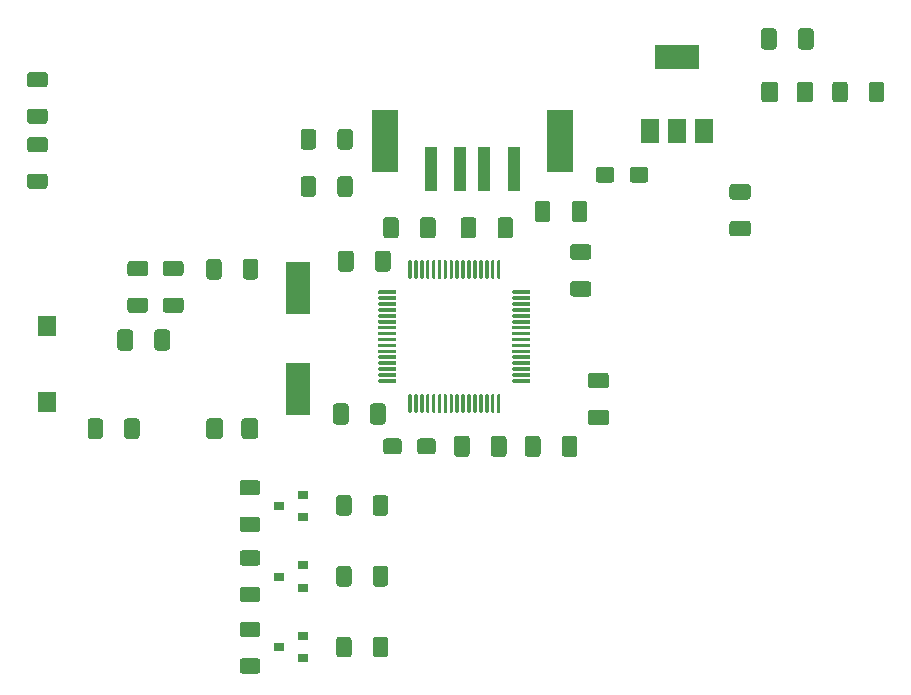
<source format=gtp>
%TF.GenerationSoftware,KiCad,Pcbnew,5.1.9+dfsg1-1+deb11u1*%
%TF.CreationDate,2022-11-07T14:16:16+01:00*%
%TF.ProjectId,StandAlone-Adapter,5374616e-6441-46c6-9f6e-652d41646170,SMD Production*%
%TF.SameCoordinates,Original*%
%TF.FileFunction,Paste,Top*%
%TF.FilePolarity,Positive*%
%FSLAX46Y46*%
G04 Gerber Fmt 4.6, Leading zero omitted, Abs format (unit mm)*
G04 Created by KiCad (PCBNEW 5.1.9+dfsg1-1+deb11u1) date 2022-11-07 14:16:16*
%MOMM*%
%LPD*%
G01*
G04 APERTURE LIST*
%ADD10R,0.900000X0.800000*%
%ADD11R,1.500000X2.000000*%
%ADD12R,3.800000X2.000000*%
%ADD13R,1.500000X1.700000*%
%ADD14R,2.000000X4.500000*%
%ADD15R,1.100000X3.800000*%
%ADD16R,2.300000X5.300000*%
G04 APERTURE END LIST*
%TO.C,C2*%
G36*
G01*
X162350000Y-80074999D02*
X162350000Y-80925001D01*
G75*
G02*
X162100001Y-81175000I-249999J0D01*
G01*
X161024999Y-81175000D01*
G75*
G02*
X160775000Y-80925001I0J249999D01*
G01*
X160775000Y-80074999D01*
G75*
G02*
X161024999Y-79825000I249999J0D01*
G01*
X162100001Y-79825000D01*
G75*
G02*
X162350000Y-80074999I0J-249999D01*
G01*
G37*
G36*
G01*
X165225000Y-80074999D02*
X165225000Y-80925001D01*
G75*
G02*
X164975001Y-81175000I-249999J0D01*
G01*
X163899999Y-81175000D01*
G75*
G02*
X163650000Y-80925001I0J249999D01*
G01*
X163650000Y-80074999D01*
G75*
G02*
X163899999Y-79825000I249999J0D01*
G01*
X164975001Y-79825000D01*
G75*
G02*
X165225000Y-80074999I0J-249999D01*
G01*
G37*
%TD*%
%TO.C,C3*%
G36*
G01*
X173650003Y-82600000D02*
X172349997Y-82600000D01*
G75*
G02*
X172100000Y-82350003I0J249997D01*
G01*
X172100000Y-81524997D01*
G75*
G02*
X172349997Y-81275000I249997J0D01*
G01*
X173650003Y-81275000D01*
G75*
G02*
X173900000Y-81524997I0J-249997D01*
G01*
X173900000Y-82350003D01*
G75*
G02*
X173650003Y-82600000I-249997J0D01*
G01*
G37*
G36*
G01*
X173650003Y-85725000D02*
X172349997Y-85725000D01*
G75*
G02*
X172100000Y-85475003I0J249997D01*
G01*
X172100000Y-84649997D01*
G75*
G02*
X172349997Y-84400000I249997J0D01*
G01*
X173650003Y-84400000D01*
G75*
G02*
X173900000Y-84649997I0J-249997D01*
G01*
X173900000Y-85475003D01*
G75*
G02*
X173650003Y-85725000I-249997J0D01*
G01*
G37*
%TD*%
%TO.C,C4*%
G36*
G01*
X145900000Y-85650003D02*
X145900000Y-84349997D01*
G75*
G02*
X146149997Y-84100000I249997J0D01*
G01*
X146975003Y-84100000D01*
G75*
G02*
X147225000Y-84349997I0J-249997D01*
G01*
X147225000Y-85650003D01*
G75*
G02*
X146975003Y-85900000I-249997J0D01*
G01*
X146149997Y-85900000D01*
G75*
G02*
X145900000Y-85650003I0J249997D01*
G01*
G37*
G36*
G01*
X142775000Y-85650003D02*
X142775000Y-84349997D01*
G75*
G02*
X143024997Y-84100000I249997J0D01*
G01*
X143850003Y-84100000D01*
G75*
G02*
X144100000Y-84349997I0J-249997D01*
G01*
X144100000Y-85650003D01*
G75*
G02*
X143850003Y-85900000I-249997J0D01*
G01*
X143024997Y-85900000D01*
G75*
G02*
X142775000Y-85650003I0J249997D01*
G01*
G37*
%TD*%
%TO.C,C5*%
G36*
G01*
X144350000Y-103074999D02*
X144350000Y-103925001D01*
G75*
G02*
X144100001Y-104175000I-249999J0D01*
G01*
X143024999Y-104175000D01*
G75*
G02*
X142775000Y-103925001I0J249999D01*
G01*
X142775000Y-103074999D01*
G75*
G02*
X143024999Y-102825000I249999J0D01*
G01*
X144100001Y-102825000D01*
G75*
G02*
X144350000Y-103074999I0J-249999D01*
G01*
G37*
G36*
G01*
X147225000Y-103074999D02*
X147225000Y-103925001D01*
G75*
G02*
X146975001Y-104175000I-249999J0D01*
G01*
X145899999Y-104175000D01*
G75*
G02*
X145650000Y-103925001I0J249999D01*
G01*
X145650000Y-103074999D01*
G75*
G02*
X145899999Y-102825000I249999J0D01*
G01*
X146975001Y-102825000D01*
G75*
G02*
X147225000Y-103074999I0J-249999D01*
G01*
G37*
%TD*%
%TO.C,C6*%
G36*
G01*
X123400000Y-95150003D02*
X123400000Y-93849997D01*
G75*
G02*
X123649997Y-93600000I249997J0D01*
G01*
X124475003Y-93600000D01*
G75*
G02*
X124725000Y-93849997I0J-249997D01*
G01*
X124725000Y-95150003D01*
G75*
G02*
X124475003Y-95400000I-249997J0D01*
G01*
X123649997Y-95400000D01*
G75*
G02*
X123400000Y-95150003I0J249997D01*
G01*
G37*
G36*
G01*
X120275000Y-95150003D02*
X120275000Y-93849997D01*
G75*
G02*
X120524997Y-93600000I249997J0D01*
G01*
X121350003Y-93600000D01*
G75*
G02*
X121600000Y-93849997I0J-249997D01*
G01*
X121600000Y-95150003D01*
G75*
G02*
X121350003Y-95400000I-249997J0D01*
G01*
X120524997Y-95400000D01*
G75*
G02*
X120275000Y-95150003I0J249997D01*
G01*
G37*
%TD*%
%TO.C,C7*%
G36*
G01*
X156100000Y-102849997D02*
X156100000Y-104150003D01*
G75*
G02*
X155850003Y-104400000I-249997J0D01*
G01*
X155024997Y-104400000D01*
G75*
G02*
X154775000Y-104150003I0J249997D01*
G01*
X154775000Y-102849997D01*
G75*
G02*
X155024997Y-102600000I249997J0D01*
G01*
X155850003Y-102600000D01*
G75*
G02*
X156100000Y-102849997I0J-249997D01*
G01*
G37*
G36*
G01*
X159225000Y-102849997D02*
X159225000Y-104150003D01*
G75*
G02*
X158975003Y-104400000I-249997J0D01*
G01*
X158149997Y-104400000D01*
G75*
G02*
X157900000Y-104150003I0J249997D01*
G01*
X157900000Y-102849997D01*
G75*
G02*
X158149997Y-102600000I249997J0D01*
G01*
X158975003Y-102600000D01*
G75*
G02*
X159225000Y-102849997I0J-249997D01*
G01*
G37*
%TD*%
%TO.C,C8*%
G36*
G01*
X140278000Y-87169997D02*
X140278000Y-88470003D01*
G75*
G02*
X140028003Y-88720000I-249997J0D01*
G01*
X139202997Y-88720000D01*
G75*
G02*
X138953000Y-88470003I0J249997D01*
G01*
X138953000Y-87169997D01*
G75*
G02*
X139202997Y-86920000I249997J0D01*
G01*
X140028003Y-86920000D01*
G75*
G02*
X140278000Y-87169997I0J-249997D01*
G01*
G37*
G36*
G01*
X143403000Y-87169997D02*
X143403000Y-88470003D01*
G75*
G02*
X143153003Y-88720000I-249997J0D01*
G01*
X142327997Y-88720000D01*
G75*
G02*
X142078000Y-88470003I0J249997D01*
G01*
X142078000Y-87169997D01*
G75*
G02*
X142327997Y-86920000I249997J0D01*
G01*
X143153003Y-86920000D01*
G75*
G02*
X143403000Y-87169997I0J-249997D01*
G01*
G37*
%TD*%
%TO.C,C9*%
G36*
G01*
X139868000Y-100109997D02*
X139868000Y-101410003D01*
G75*
G02*
X139618003Y-101660000I-249997J0D01*
G01*
X138792997Y-101660000D01*
G75*
G02*
X138543000Y-101410003I0J249997D01*
G01*
X138543000Y-100109997D01*
G75*
G02*
X138792997Y-99860000I249997J0D01*
G01*
X139618003Y-99860000D01*
G75*
G02*
X139868000Y-100109997I0J-249997D01*
G01*
G37*
G36*
G01*
X142993000Y-100109997D02*
X142993000Y-101410003D01*
G75*
G02*
X142743003Y-101660000I-249997J0D01*
G01*
X141917997Y-101660000D01*
G75*
G02*
X141668000Y-101410003I0J249997D01*
G01*
X141668000Y-100109997D01*
G75*
G02*
X141917997Y-99860000I249997J0D01*
G01*
X142743003Y-99860000D01*
G75*
G02*
X142993000Y-100109997I0J-249997D01*
G01*
G37*
%TD*%
%TO.C,C10*%
G36*
G01*
X161650003Y-98600000D02*
X160349997Y-98600000D01*
G75*
G02*
X160100000Y-98350003I0J249997D01*
G01*
X160100000Y-97524997D01*
G75*
G02*
X160349997Y-97275000I249997J0D01*
G01*
X161650003Y-97275000D01*
G75*
G02*
X161900000Y-97524997I0J-249997D01*
G01*
X161900000Y-98350003D01*
G75*
G02*
X161650003Y-98600000I-249997J0D01*
G01*
G37*
G36*
G01*
X161650003Y-101725000D02*
X160349997Y-101725000D01*
G75*
G02*
X160100000Y-101475003I0J249997D01*
G01*
X160100000Y-100649997D01*
G75*
G02*
X160349997Y-100400000I249997J0D01*
G01*
X161650003Y-100400000D01*
G75*
G02*
X161900000Y-100649997I0J-249997D01*
G01*
X161900000Y-101475003D01*
G75*
G02*
X161650003Y-101725000I-249997J0D01*
G01*
G37*
%TD*%
%TO.C,C11*%
G36*
G01*
X150100000Y-102849997D02*
X150100000Y-104150003D01*
G75*
G02*
X149850003Y-104400000I-249997J0D01*
G01*
X149024997Y-104400000D01*
G75*
G02*
X148775000Y-104150003I0J249997D01*
G01*
X148775000Y-102849997D01*
G75*
G02*
X149024997Y-102600000I249997J0D01*
G01*
X149850003Y-102600000D01*
G75*
G02*
X150100000Y-102849997I0J-249997D01*
G01*
G37*
G36*
G01*
X153225000Y-102849997D02*
X153225000Y-104150003D01*
G75*
G02*
X152975003Y-104400000I-249997J0D01*
G01*
X152149997Y-104400000D01*
G75*
G02*
X151900000Y-104150003I0J249997D01*
G01*
X151900000Y-102849997D01*
G75*
G02*
X152149997Y-102600000I249997J0D01*
G01*
X152975003Y-102600000D01*
G75*
G02*
X153225000Y-102849997I0J-249997D01*
G01*
G37*
%TD*%
%TO.C,C12*%
G36*
G01*
X160162003Y-87707500D02*
X158861997Y-87707500D01*
G75*
G02*
X158612000Y-87457503I0J249997D01*
G01*
X158612000Y-86632497D01*
G75*
G02*
X158861997Y-86382500I249997J0D01*
G01*
X160162003Y-86382500D01*
G75*
G02*
X160412000Y-86632497I0J-249997D01*
G01*
X160412000Y-87457503D01*
G75*
G02*
X160162003Y-87707500I-249997J0D01*
G01*
G37*
G36*
G01*
X160162003Y-90832500D02*
X158861997Y-90832500D01*
G75*
G02*
X158612000Y-90582503I0J249997D01*
G01*
X158612000Y-89757497D01*
G75*
G02*
X158861997Y-89507500I249997J0D01*
G01*
X160162003Y-89507500D01*
G75*
G02*
X160412000Y-89757497I0J-249997D01*
G01*
X160412000Y-90582503D01*
G75*
G02*
X160162003Y-90832500I-249997J0D01*
G01*
G37*
%TD*%
%TO.C,C13*%
G36*
G01*
X152462000Y-85650003D02*
X152462000Y-84349997D01*
G75*
G02*
X152711997Y-84100000I249997J0D01*
G01*
X153537003Y-84100000D01*
G75*
G02*
X153787000Y-84349997I0J-249997D01*
G01*
X153787000Y-85650003D01*
G75*
G02*
X153537003Y-85900000I-249997J0D01*
G01*
X152711997Y-85900000D01*
G75*
G02*
X152462000Y-85650003I0J249997D01*
G01*
G37*
G36*
G01*
X149337000Y-85650003D02*
X149337000Y-84349997D01*
G75*
G02*
X149586997Y-84100000I249997J0D01*
G01*
X150412003Y-84100000D01*
G75*
G02*
X150662000Y-84349997I0J-249997D01*
G01*
X150662000Y-85650003D01*
G75*
G02*
X150412003Y-85900000I-249997J0D01*
G01*
X149586997Y-85900000D01*
G75*
G02*
X149337000Y-85650003I0J249997D01*
G01*
G37*
%TD*%
%TO.C,C14*%
G36*
G01*
X156938000Y-82959997D02*
X156938000Y-84260003D01*
G75*
G02*
X156688003Y-84510000I-249997J0D01*
G01*
X155862997Y-84510000D01*
G75*
G02*
X155613000Y-84260003I0J249997D01*
G01*
X155613000Y-82959997D01*
G75*
G02*
X155862997Y-82710000I249997J0D01*
G01*
X156688003Y-82710000D01*
G75*
G02*
X156938000Y-82959997I0J-249997D01*
G01*
G37*
G36*
G01*
X160063000Y-82959997D02*
X160063000Y-84260003D01*
G75*
G02*
X159813003Y-84510000I-249997J0D01*
G01*
X158987997Y-84510000D01*
G75*
G02*
X158738000Y-84260003I0J249997D01*
G01*
X158738000Y-82959997D01*
G75*
G02*
X158987997Y-82710000I249997J0D01*
G01*
X159813003Y-82710000D01*
G75*
G02*
X160063000Y-82959997I0J-249997D01*
G01*
G37*
%TD*%
%TO.C,D1*%
G36*
G01*
X177775000Y-74125000D02*
X177775000Y-72875000D01*
G75*
G02*
X178025000Y-72625000I250000J0D01*
G01*
X178950000Y-72625000D01*
G75*
G02*
X179200000Y-72875000I0J-250000D01*
G01*
X179200000Y-74125000D01*
G75*
G02*
X178950000Y-74375000I-250000J0D01*
G01*
X178025000Y-74375000D01*
G75*
G02*
X177775000Y-74125000I0J250000D01*
G01*
G37*
G36*
G01*
X174800000Y-74125000D02*
X174800000Y-72875000D01*
G75*
G02*
X175050000Y-72625000I250000J0D01*
G01*
X175975000Y-72625000D01*
G75*
G02*
X176225000Y-72875000I0J-250000D01*
G01*
X176225000Y-74125000D01*
G75*
G02*
X175975000Y-74375000I-250000J0D01*
G01*
X175050000Y-74375000D01*
G75*
G02*
X174800000Y-74125000I0J250000D01*
G01*
G37*
%TD*%
%TO.C,D4*%
G36*
G01*
X129225000Y-101375000D02*
X129225000Y-102625000D01*
G75*
G02*
X128975000Y-102875000I-250000J0D01*
G01*
X128050000Y-102875000D01*
G75*
G02*
X127800000Y-102625000I0J250000D01*
G01*
X127800000Y-101375000D01*
G75*
G02*
X128050000Y-101125000I250000J0D01*
G01*
X128975000Y-101125000D01*
G75*
G02*
X129225000Y-101375000I0J-250000D01*
G01*
G37*
G36*
G01*
X132200000Y-101375000D02*
X132200000Y-102625000D01*
G75*
G02*
X131950000Y-102875000I-250000J0D01*
G01*
X131025000Y-102875000D01*
G75*
G02*
X130775000Y-102625000I0J250000D01*
G01*
X130775000Y-101375000D01*
G75*
G02*
X131025000Y-101125000I250000J0D01*
G01*
X131950000Y-101125000D01*
G75*
G02*
X132200000Y-101375000I0J-250000D01*
G01*
G37*
%TD*%
D10*
%TO.C,Q1*%
X134000000Y-108550000D03*
X136000000Y-107600000D03*
X136000000Y-109500000D03*
%TD*%
%TO.C,Q2*%
X134000000Y-114525000D03*
X136000000Y-113575000D03*
X136000000Y-115475000D03*
%TD*%
%TO.C,Q3*%
X134000000Y-120500000D03*
X136000000Y-119550000D03*
X136000000Y-121450000D03*
%TD*%
%TO.C,R1*%
G36*
G01*
X182100000Y-72874999D02*
X182100000Y-74125001D01*
G75*
G02*
X181850001Y-74375000I-249999J0D01*
G01*
X181049999Y-74375000D01*
G75*
G02*
X180800000Y-74125001I0J249999D01*
G01*
X180800000Y-72874999D01*
G75*
G02*
X181049999Y-72625000I249999J0D01*
G01*
X181850001Y-72625000D01*
G75*
G02*
X182100000Y-72874999I0J-249999D01*
G01*
G37*
G36*
G01*
X185200000Y-72874999D02*
X185200000Y-74125001D01*
G75*
G02*
X184950001Y-74375000I-249999J0D01*
G01*
X184149999Y-74375000D01*
G75*
G02*
X183900000Y-74125001I0J249999D01*
G01*
X183900000Y-72874999D01*
G75*
G02*
X184149999Y-72625000I249999J0D01*
G01*
X184950001Y-72625000D01*
G75*
G02*
X185200000Y-72874999I0J-249999D01*
G01*
G37*
%TD*%
%TO.C,R4*%
G36*
G01*
X120850000Y-102625001D02*
X120850000Y-101374999D01*
G75*
G02*
X121099999Y-101125000I249999J0D01*
G01*
X121900001Y-101125000D01*
G75*
G02*
X122150000Y-101374999I0J-249999D01*
G01*
X122150000Y-102625001D01*
G75*
G02*
X121900001Y-102875000I-249999J0D01*
G01*
X121099999Y-102875000D01*
G75*
G02*
X120850000Y-102625001I0J249999D01*
G01*
G37*
G36*
G01*
X117750000Y-102625001D02*
X117750000Y-101374999D01*
G75*
G02*
X117999999Y-101125000I249999J0D01*
G01*
X118800001Y-101125000D01*
G75*
G02*
X119050000Y-101374999I0J-249999D01*
G01*
X119050000Y-102625001D01*
G75*
G02*
X118800001Y-102875000I-249999J0D01*
G01*
X117999999Y-102875000D01*
G75*
G02*
X117750000Y-102625001I0J249999D01*
G01*
G37*
%TD*%
%TO.C,R5*%
G36*
G01*
X129100000Y-87874999D02*
X129100000Y-89125001D01*
G75*
G02*
X128850001Y-89375000I-249999J0D01*
G01*
X128049999Y-89375000D01*
G75*
G02*
X127800000Y-89125001I0J249999D01*
G01*
X127800000Y-87874999D01*
G75*
G02*
X128049999Y-87625000I249999J0D01*
G01*
X128850001Y-87625000D01*
G75*
G02*
X129100000Y-87874999I0J-249999D01*
G01*
G37*
G36*
G01*
X132200000Y-87874999D02*
X132200000Y-89125001D01*
G75*
G02*
X131950001Y-89375000I-249999J0D01*
G01*
X131149999Y-89375000D01*
G75*
G02*
X130900000Y-89125001I0J249999D01*
G01*
X130900000Y-87874999D01*
G75*
G02*
X131149999Y-87625000I249999J0D01*
G01*
X131950001Y-87625000D01*
G75*
G02*
X132200000Y-87874999I0J-249999D01*
G01*
G37*
%TD*%
%TO.C,R6*%
G36*
G01*
X114125001Y-73100000D02*
X112874999Y-73100000D01*
G75*
G02*
X112625000Y-72850001I0J249999D01*
G01*
X112625000Y-72049999D01*
G75*
G02*
X112874999Y-71800000I249999J0D01*
G01*
X114125001Y-71800000D01*
G75*
G02*
X114375000Y-72049999I0J-249999D01*
G01*
X114375000Y-72850001D01*
G75*
G02*
X114125001Y-73100000I-249999J0D01*
G01*
G37*
G36*
G01*
X114125001Y-76200000D02*
X112874999Y-76200000D01*
G75*
G02*
X112625000Y-75950001I0J249999D01*
G01*
X112625000Y-75149999D01*
G75*
G02*
X112874999Y-74900000I249999J0D01*
G01*
X114125001Y-74900000D01*
G75*
G02*
X114375000Y-75149999I0J-249999D01*
G01*
X114375000Y-75950001D01*
G75*
G02*
X114125001Y-76200000I-249999J0D01*
G01*
G37*
%TD*%
%TO.C,R7*%
G36*
G01*
X114125001Y-78600000D02*
X112874999Y-78600000D01*
G75*
G02*
X112625000Y-78350001I0J249999D01*
G01*
X112625000Y-77549999D01*
G75*
G02*
X112874999Y-77300000I249999J0D01*
G01*
X114125001Y-77300000D01*
G75*
G02*
X114375000Y-77549999I0J-249999D01*
G01*
X114375000Y-78350001D01*
G75*
G02*
X114125001Y-78600000I-249999J0D01*
G01*
G37*
G36*
G01*
X114125001Y-81700000D02*
X112874999Y-81700000D01*
G75*
G02*
X112625000Y-81450001I0J249999D01*
G01*
X112625000Y-80649999D01*
G75*
G02*
X112874999Y-80400000I249999J0D01*
G01*
X114125001Y-80400000D01*
G75*
G02*
X114375000Y-80649999I0J-249999D01*
G01*
X114375000Y-81450001D01*
G75*
G02*
X114125001Y-81700000I-249999J0D01*
G01*
G37*
%TD*%
%TO.C,R8*%
G36*
G01*
X125625001Y-89100000D02*
X124374999Y-89100000D01*
G75*
G02*
X124125000Y-88850001I0J249999D01*
G01*
X124125000Y-88049999D01*
G75*
G02*
X124374999Y-87800000I249999J0D01*
G01*
X125625001Y-87800000D01*
G75*
G02*
X125875000Y-88049999I0J-249999D01*
G01*
X125875000Y-88850001D01*
G75*
G02*
X125625001Y-89100000I-249999J0D01*
G01*
G37*
G36*
G01*
X125625001Y-92200000D02*
X124374999Y-92200000D01*
G75*
G02*
X124125000Y-91950001I0J249999D01*
G01*
X124125000Y-91149999D01*
G75*
G02*
X124374999Y-90900000I249999J0D01*
G01*
X125625001Y-90900000D01*
G75*
G02*
X125875000Y-91149999I0J-249999D01*
G01*
X125875000Y-91950001D01*
G75*
G02*
X125625001Y-92200000I-249999J0D01*
G01*
G37*
%TD*%
%TO.C,R9*%
G36*
G01*
X122625001Y-89100000D02*
X121374999Y-89100000D01*
G75*
G02*
X121125000Y-88850001I0J249999D01*
G01*
X121125000Y-88049999D01*
G75*
G02*
X121374999Y-87800000I249999J0D01*
G01*
X122625001Y-87800000D01*
G75*
G02*
X122875000Y-88049999I0J-249999D01*
G01*
X122875000Y-88850001D01*
G75*
G02*
X122625001Y-89100000I-249999J0D01*
G01*
G37*
G36*
G01*
X122625001Y-92200000D02*
X121374999Y-92200000D01*
G75*
G02*
X121125000Y-91950001I0J249999D01*
G01*
X121125000Y-91149999D01*
G75*
G02*
X121374999Y-90900000I249999J0D01*
G01*
X122625001Y-90900000D01*
G75*
G02*
X122875000Y-91149999I0J-249999D01*
G01*
X122875000Y-91950001D01*
G75*
G02*
X122625001Y-92200000I-249999J0D01*
G01*
G37*
%TD*%
%TO.C,R10*%
G36*
G01*
X141900000Y-109125001D02*
X141900000Y-107874999D01*
G75*
G02*
X142149999Y-107625000I249999J0D01*
G01*
X142950001Y-107625000D01*
G75*
G02*
X143200000Y-107874999I0J-249999D01*
G01*
X143200000Y-109125001D01*
G75*
G02*
X142950001Y-109375000I-249999J0D01*
G01*
X142149999Y-109375000D01*
G75*
G02*
X141900000Y-109125001I0J249999D01*
G01*
G37*
G36*
G01*
X138800000Y-109125001D02*
X138800000Y-107874999D01*
G75*
G02*
X139049999Y-107625000I249999J0D01*
G01*
X139850001Y-107625000D01*
G75*
G02*
X140100000Y-107874999I0J-249999D01*
G01*
X140100000Y-109125001D01*
G75*
G02*
X139850001Y-109375000I-249999J0D01*
G01*
X139049999Y-109375000D01*
G75*
G02*
X138800000Y-109125001I0J249999D01*
G01*
G37*
%TD*%
%TO.C,R11*%
G36*
G01*
X141900000Y-115125001D02*
X141900000Y-113874999D01*
G75*
G02*
X142149999Y-113625000I249999J0D01*
G01*
X142950001Y-113625000D01*
G75*
G02*
X143200000Y-113874999I0J-249999D01*
G01*
X143200000Y-115125001D01*
G75*
G02*
X142950001Y-115375000I-249999J0D01*
G01*
X142149999Y-115375000D01*
G75*
G02*
X141900000Y-115125001I0J249999D01*
G01*
G37*
G36*
G01*
X138800000Y-115125001D02*
X138800000Y-113874999D01*
G75*
G02*
X139049999Y-113625000I249999J0D01*
G01*
X139850001Y-113625000D01*
G75*
G02*
X140100000Y-113874999I0J-249999D01*
G01*
X140100000Y-115125001D01*
G75*
G02*
X139850001Y-115375000I-249999J0D01*
G01*
X139049999Y-115375000D01*
G75*
G02*
X138800000Y-115125001I0J249999D01*
G01*
G37*
%TD*%
%TO.C,R12*%
G36*
G01*
X141900000Y-121125001D02*
X141900000Y-119874999D01*
G75*
G02*
X142149999Y-119625000I249999J0D01*
G01*
X142950001Y-119625000D01*
G75*
G02*
X143200000Y-119874999I0J-249999D01*
G01*
X143200000Y-121125001D01*
G75*
G02*
X142950001Y-121375000I-249999J0D01*
G01*
X142149999Y-121375000D01*
G75*
G02*
X141900000Y-121125001I0J249999D01*
G01*
G37*
G36*
G01*
X138800000Y-121125001D02*
X138800000Y-119874999D01*
G75*
G02*
X139049999Y-119625000I249999J0D01*
G01*
X139850001Y-119625000D01*
G75*
G02*
X140100000Y-119874999I0J-249999D01*
G01*
X140100000Y-121125001D01*
G75*
G02*
X139850001Y-121375000I-249999J0D01*
G01*
X139049999Y-121375000D01*
G75*
G02*
X138800000Y-121125001I0J249999D01*
G01*
G37*
%TD*%
%TO.C,R13*%
G36*
G01*
X132125001Y-107650000D02*
X130874999Y-107650000D01*
G75*
G02*
X130625000Y-107400001I0J249999D01*
G01*
X130625000Y-106599999D01*
G75*
G02*
X130874999Y-106350000I249999J0D01*
G01*
X132125001Y-106350000D01*
G75*
G02*
X132375000Y-106599999I0J-249999D01*
G01*
X132375000Y-107400001D01*
G75*
G02*
X132125001Y-107650000I-249999J0D01*
G01*
G37*
G36*
G01*
X132125001Y-110750000D02*
X130874999Y-110750000D01*
G75*
G02*
X130625000Y-110500001I0J249999D01*
G01*
X130625000Y-109699999D01*
G75*
G02*
X130874999Y-109450000I249999J0D01*
G01*
X132125001Y-109450000D01*
G75*
G02*
X132375000Y-109699999I0J-249999D01*
G01*
X132375000Y-110500001D01*
G75*
G02*
X132125001Y-110750000I-249999J0D01*
G01*
G37*
%TD*%
%TO.C,R14*%
G36*
G01*
X132125001Y-113600000D02*
X130874999Y-113600000D01*
G75*
G02*
X130625000Y-113350001I0J249999D01*
G01*
X130625000Y-112549999D01*
G75*
G02*
X130874999Y-112300000I249999J0D01*
G01*
X132125001Y-112300000D01*
G75*
G02*
X132375000Y-112549999I0J-249999D01*
G01*
X132375000Y-113350001D01*
G75*
G02*
X132125001Y-113600000I-249999J0D01*
G01*
G37*
G36*
G01*
X132125001Y-116700000D02*
X130874999Y-116700000D01*
G75*
G02*
X130625000Y-116450001I0J249999D01*
G01*
X130625000Y-115649999D01*
G75*
G02*
X130874999Y-115400000I249999J0D01*
G01*
X132125001Y-115400000D01*
G75*
G02*
X132375000Y-115649999I0J-249999D01*
G01*
X132375000Y-116450001D01*
G75*
G02*
X132125001Y-116700000I-249999J0D01*
G01*
G37*
%TD*%
%TO.C,R15*%
G36*
G01*
X132125001Y-119650000D02*
X130874999Y-119650000D01*
G75*
G02*
X130625000Y-119400001I0J249999D01*
G01*
X130625000Y-118599999D01*
G75*
G02*
X130874999Y-118350000I249999J0D01*
G01*
X132125001Y-118350000D01*
G75*
G02*
X132375000Y-118599999I0J-249999D01*
G01*
X132375000Y-119400001D01*
G75*
G02*
X132125001Y-119650000I-249999J0D01*
G01*
G37*
G36*
G01*
X132125001Y-122750000D02*
X130874999Y-122750000D01*
G75*
G02*
X130625000Y-122500001I0J249999D01*
G01*
X130625000Y-121699999D01*
G75*
G02*
X130874999Y-121450000I249999J0D01*
G01*
X132125001Y-121450000D01*
G75*
G02*
X132375000Y-121699999I0J-249999D01*
G01*
X132375000Y-122500001D01*
G75*
G02*
X132125001Y-122750000I-249999J0D01*
G01*
G37*
%TD*%
%TO.C,R16*%
G36*
G01*
X137100000Y-80874999D02*
X137100000Y-82125001D01*
G75*
G02*
X136850001Y-82375000I-249999J0D01*
G01*
X136049999Y-82375000D01*
G75*
G02*
X135800000Y-82125001I0J249999D01*
G01*
X135800000Y-80874999D01*
G75*
G02*
X136049999Y-80625000I249999J0D01*
G01*
X136850001Y-80625000D01*
G75*
G02*
X137100000Y-80874999I0J-249999D01*
G01*
G37*
G36*
G01*
X140200000Y-80874999D02*
X140200000Y-82125001D01*
G75*
G02*
X139950001Y-82375000I-249999J0D01*
G01*
X139149999Y-82375000D01*
G75*
G02*
X138900000Y-82125001I0J249999D01*
G01*
X138900000Y-80874999D01*
G75*
G02*
X139149999Y-80625000I249999J0D01*
G01*
X139950001Y-80625000D01*
G75*
G02*
X140200000Y-80874999I0J-249999D01*
G01*
G37*
%TD*%
%TO.C,R17*%
G36*
G01*
X137100000Y-76874999D02*
X137100000Y-78125001D01*
G75*
G02*
X136850001Y-78375000I-249999J0D01*
G01*
X136049999Y-78375000D01*
G75*
G02*
X135800000Y-78125001I0J249999D01*
G01*
X135800000Y-76874999D01*
G75*
G02*
X136049999Y-76625000I249999J0D01*
G01*
X136850001Y-76625000D01*
G75*
G02*
X137100000Y-76874999I0J-249999D01*
G01*
G37*
G36*
G01*
X140200000Y-76874999D02*
X140200000Y-78125001D01*
G75*
G02*
X139950001Y-78375000I-249999J0D01*
G01*
X139149999Y-78375000D01*
G75*
G02*
X138900000Y-78125001I0J249999D01*
G01*
X138900000Y-76874999D01*
G75*
G02*
X139149999Y-76625000I249999J0D01*
G01*
X139950001Y-76625000D01*
G75*
G02*
X140200000Y-76874999I0J-249999D01*
G01*
G37*
%TD*%
D11*
%TO.C,U1*%
X165340000Y-76810000D03*
X169940000Y-76810000D03*
X167640000Y-76810000D03*
D12*
X167640000Y-70510000D03*
%TD*%
%TO.C,U2*%
G36*
G01*
X143825000Y-98100000D02*
X142425000Y-98100000D01*
G75*
G02*
X142350000Y-98025000I0J75000D01*
G01*
X142350000Y-97875000D01*
G75*
G02*
X142425000Y-97800000I75000J0D01*
G01*
X143825000Y-97800000D01*
G75*
G02*
X143900000Y-97875000I0J-75000D01*
G01*
X143900000Y-98025000D01*
G75*
G02*
X143825000Y-98100000I-75000J0D01*
G01*
G37*
G36*
G01*
X143825000Y-97600000D02*
X142425000Y-97600000D01*
G75*
G02*
X142350000Y-97525000I0J75000D01*
G01*
X142350000Y-97375000D01*
G75*
G02*
X142425000Y-97300000I75000J0D01*
G01*
X143825000Y-97300000D01*
G75*
G02*
X143900000Y-97375000I0J-75000D01*
G01*
X143900000Y-97525000D01*
G75*
G02*
X143825000Y-97600000I-75000J0D01*
G01*
G37*
G36*
G01*
X143825000Y-97100000D02*
X142425000Y-97100000D01*
G75*
G02*
X142350000Y-97025000I0J75000D01*
G01*
X142350000Y-96875000D01*
G75*
G02*
X142425000Y-96800000I75000J0D01*
G01*
X143825000Y-96800000D01*
G75*
G02*
X143900000Y-96875000I0J-75000D01*
G01*
X143900000Y-97025000D01*
G75*
G02*
X143825000Y-97100000I-75000J0D01*
G01*
G37*
G36*
G01*
X143825000Y-96600000D02*
X142425000Y-96600000D01*
G75*
G02*
X142350000Y-96525000I0J75000D01*
G01*
X142350000Y-96375000D01*
G75*
G02*
X142425000Y-96300000I75000J0D01*
G01*
X143825000Y-96300000D01*
G75*
G02*
X143900000Y-96375000I0J-75000D01*
G01*
X143900000Y-96525000D01*
G75*
G02*
X143825000Y-96600000I-75000J0D01*
G01*
G37*
G36*
G01*
X143825000Y-96100000D02*
X142425000Y-96100000D01*
G75*
G02*
X142350000Y-96025000I0J75000D01*
G01*
X142350000Y-95875000D01*
G75*
G02*
X142425000Y-95800000I75000J0D01*
G01*
X143825000Y-95800000D01*
G75*
G02*
X143900000Y-95875000I0J-75000D01*
G01*
X143900000Y-96025000D01*
G75*
G02*
X143825000Y-96100000I-75000J0D01*
G01*
G37*
G36*
G01*
X143825000Y-95600000D02*
X142425000Y-95600000D01*
G75*
G02*
X142350000Y-95525000I0J75000D01*
G01*
X142350000Y-95375000D01*
G75*
G02*
X142425000Y-95300000I75000J0D01*
G01*
X143825000Y-95300000D01*
G75*
G02*
X143900000Y-95375000I0J-75000D01*
G01*
X143900000Y-95525000D01*
G75*
G02*
X143825000Y-95600000I-75000J0D01*
G01*
G37*
G36*
G01*
X143825000Y-95100000D02*
X142425000Y-95100000D01*
G75*
G02*
X142350000Y-95025000I0J75000D01*
G01*
X142350000Y-94875000D01*
G75*
G02*
X142425000Y-94800000I75000J0D01*
G01*
X143825000Y-94800000D01*
G75*
G02*
X143900000Y-94875000I0J-75000D01*
G01*
X143900000Y-95025000D01*
G75*
G02*
X143825000Y-95100000I-75000J0D01*
G01*
G37*
G36*
G01*
X143825000Y-94600000D02*
X142425000Y-94600000D01*
G75*
G02*
X142350000Y-94525000I0J75000D01*
G01*
X142350000Y-94375000D01*
G75*
G02*
X142425000Y-94300000I75000J0D01*
G01*
X143825000Y-94300000D01*
G75*
G02*
X143900000Y-94375000I0J-75000D01*
G01*
X143900000Y-94525000D01*
G75*
G02*
X143825000Y-94600000I-75000J0D01*
G01*
G37*
G36*
G01*
X143825000Y-94100000D02*
X142425000Y-94100000D01*
G75*
G02*
X142350000Y-94025000I0J75000D01*
G01*
X142350000Y-93875000D01*
G75*
G02*
X142425000Y-93800000I75000J0D01*
G01*
X143825000Y-93800000D01*
G75*
G02*
X143900000Y-93875000I0J-75000D01*
G01*
X143900000Y-94025000D01*
G75*
G02*
X143825000Y-94100000I-75000J0D01*
G01*
G37*
G36*
G01*
X143825000Y-93600000D02*
X142425000Y-93600000D01*
G75*
G02*
X142350000Y-93525000I0J75000D01*
G01*
X142350000Y-93375000D01*
G75*
G02*
X142425000Y-93300000I75000J0D01*
G01*
X143825000Y-93300000D01*
G75*
G02*
X143900000Y-93375000I0J-75000D01*
G01*
X143900000Y-93525000D01*
G75*
G02*
X143825000Y-93600000I-75000J0D01*
G01*
G37*
G36*
G01*
X143825000Y-93100000D02*
X142425000Y-93100000D01*
G75*
G02*
X142350000Y-93025000I0J75000D01*
G01*
X142350000Y-92875000D01*
G75*
G02*
X142425000Y-92800000I75000J0D01*
G01*
X143825000Y-92800000D01*
G75*
G02*
X143900000Y-92875000I0J-75000D01*
G01*
X143900000Y-93025000D01*
G75*
G02*
X143825000Y-93100000I-75000J0D01*
G01*
G37*
G36*
G01*
X143825000Y-92600000D02*
X142425000Y-92600000D01*
G75*
G02*
X142350000Y-92525000I0J75000D01*
G01*
X142350000Y-92375000D01*
G75*
G02*
X142425000Y-92300000I75000J0D01*
G01*
X143825000Y-92300000D01*
G75*
G02*
X143900000Y-92375000I0J-75000D01*
G01*
X143900000Y-92525000D01*
G75*
G02*
X143825000Y-92600000I-75000J0D01*
G01*
G37*
G36*
G01*
X143825000Y-92100000D02*
X142425000Y-92100000D01*
G75*
G02*
X142350000Y-92025000I0J75000D01*
G01*
X142350000Y-91875000D01*
G75*
G02*
X142425000Y-91800000I75000J0D01*
G01*
X143825000Y-91800000D01*
G75*
G02*
X143900000Y-91875000I0J-75000D01*
G01*
X143900000Y-92025000D01*
G75*
G02*
X143825000Y-92100000I-75000J0D01*
G01*
G37*
G36*
G01*
X143825000Y-91600000D02*
X142425000Y-91600000D01*
G75*
G02*
X142350000Y-91525000I0J75000D01*
G01*
X142350000Y-91375000D01*
G75*
G02*
X142425000Y-91300000I75000J0D01*
G01*
X143825000Y-91300000D01*
G75*
G02*
X143900000Y-91375000I0J-75000D01*
G01*
X143900000Y-91525000D01*
G75*
G02*
X143825000Y-91600000I-75000J0D01*
G01*
G37*
G36*
G01*
X143825000Y-91100000D02*
X142425000Y-91100000D01*
G75*
G02*
X142350000Y-91025000I0J75000D01*
G01*
X142350000Y-90875000D01*
G75*
G02*
X142425000Y-90800000I75000J0D01*
G01*
X143825000Y-90800000D01*
G75*
G02*
X143900000Y-90875000I0J-75000D01*
G01*
X143900000Y-91025000D01*
G75*
G02*
X143825000Y-91100000I-75000J0D01*
G01*
G37*
G36*
G01*
X143825000Y-90600000D02*
X142425000Y-90600000D01*
G75*
G02*
X142350000Y-90525000I0J75000D01*
G01*
X142350000Y-90375000D01*
G75*
G02*
X142425000Y-90300000I75000J0D01*
G01*
X143825000Y-90300000D01*
G75*
G02*
X143900000Y-90375000I0J-75000D01*
G01*
X143900000Y-90525000D01*
G75*
G02*
X143825000Y-90600000I-75000J0D01*
G01*
G37*
G36*
G01*
X145125000Y-89300000D02*
X144975000Y-89300000D01*
G75*
G02*
X144900000Y-89225000I0J75000D01*
G01*
X144900000Y-87825000D01*
G75*
G02*
X144975000Y-87750000I75000J0D01*
G01*
X145125000Y-87750000D01*
G75*
G02*
X145200000Y-87825000I0J-75000D01*
G01*
X145200000Y-89225000D01*
G75*
G02*
X145125000Y-89300000I-75000J0D01*
G01*
G37*
G36*
G01*
X145625000Y-89300000D02*
X145475000Y-89300000D01*
G75*
G02*
X145400000Y-89225000I0J75000D01*
G01*
X145400000Y-87825000D01*
G75*
G02*
X145475000Y-87750000I75000J0D01*
G01*
X145625000Y-87750000D01*
G75*
G02*
X145700000Y-87825000I0J-75000D01*
G01*
X145700000Y-89225000D01*
G75*
G02*
X145625000Y-89300000I-75000J0D01*
G01*
G37*
G36*
G01*
X146125000Y-89300000D02*
X145975000Y-89300000D01*
G75*
G02*
X145900000Y-89225000I0J75000D01*
G01*
X145900000Y-87825000D01*
G75*
G02*
X145975000Y-87750000I75000J0D01*
G01*
X146125000Y-87750000D01*
G75*
G02*
X146200000Y-87825000I0J-75000D01*
G01*
X146200000Y-89225000D01*
G75*
G02*
X146125000Y-89300000I-75000J0D01*
G01*
G37*
G36*
G01*
X146625000Y-89300000D02*
X146475000Y-89300000D01*
G75*
G02*
X146400000Y-89225000I0J75000D01*
G01*
X146400000Y-87825000D01*
G75*
G02*
X146475000Y-87750000I75000J0D01*
G01*
X146625000Y-87750000D01*
G75*
G02*
X146700000Y-87825000I0J-75000D01*
G01*
X146700000Y-89225000D01*
G75*
G02*
X146625000Y-89300000I-75000J0D01*
G01*
G37*
G36*
G01*
X147125000Y-89300000D02*
X146975000Y-89300000D01*
G75*
G02*
X146900000Y-89225000I0J75000D01*
G01*
X146900000Y-87825000D01*
G75*
G02*
X146975000Y-87750000I75000J0D01*
G01*
X147125000Y-87750000D01*
G75*
G02*
X147200000Y-87825000I0J-75000D01*
G01*
X147200000Y-89225000D01*
G75*
G02*
X147125000Y-89300000I-75000J0D01*
G01*
G37*
G36*
G01*
X147625000Y-89300000D02*
X147475000Y-89300000D01*
G75*
G02*
X147400000Y-89225000I0J75000D01*
G01*
X147400000Y-87825000D01*
G75*
G02*
X147475000Y-87750000I75000J0D01*
G01*
X147625000Y-87750000D01*
G75*
G02*
X147700000Y-87825000I0J-75000D01*
G01*
X147700000Y-89225000D01*
G75*
G02*
X147625000Y-89300000I-75000J0D01*
G01*
G37*
G36*
G01*
X148125000Y-89300000D02*
X147975000Y-89300000D01*
G75*
G02*
X147900000Y-89225000I0J75000D01*
G01*
X147900000Y-87825000D01*
G75*
G02*
X147975000Y-87750000I75000J0D01*
G01*
X148125000Y-87750000D01*
G75*
G02*
X148200000Y-87825000I0J-75000D01*
G01*
X148200000Y-89225000D01*
G75*
G02*
X148125000Y-89300000I-75000J0D01*
G01*
G37*
G36*
G01*
X148625000Y-89300000D02*
X148475000Y-89300000D01*
G75*
G02*
X148400000Y-89225000I0J75000D01*
G01*
X148400000Y-87825000D01*
G75*
G02*
X148475000Y-87750000I75000J0D01*
G01*
X148625000Y-87750000D01*
G75*
G02*
X148700000Y-87825000I0J-75000D01*
G01*
X148700000Y-89225000D01*
G75*
G02*
X148625000Y-89300000I-75000J0D01*
G01*
G37*
G36*
G01*
X149125000Y-89300000D02*
X148975000Y-89300000D01*
G75*
G02*
X148900000Y-89225000I0J75000D01*
G01*
X148900000Y-87825000D01*
G75*
G02*
X148975000Y-87750000I75000J0D01*
G01*
X149125000Y-87750000D01*
G75*
G02*
X149200000Y-87825000I0J-75000D01*
G01*
X149200000Y-89225000D01*
G75*
G02*
X149125000Y-89300000I-75000J0D01*
G01*
G37*
G36*
G01*
X149625000Y-89300000D02*
X149475000Y-89300000D01*
G75*
G02*
X149400000Y-89225000I0J75000D01*
G01*
X149400000Y-87825000D01*
G75*
G02*
X149475000Y-87750000I75000J0D01*
G01*
X149625000Y-87750000D01*
G75*
G02*
X149700000Y-87825000I0J-75000D01*
G01*
X149700000Y-89225000D01*
G75*
G02*
X149625000Y-89300000I-75000J0D01*
G01*
G37*
G36*
G01*
X150125000Y-89300000D02*
X149975000Y-89300000D01*
G75*
G02*
X149900000Y-89225000I0J75000D01*
G01*
X149900000Y-87825000D01*
G75*
G02*
X149975000Y-87750000I75000J0D01*
G01*
X150125000Y-87750000D01*
G75*
G02*
X150200000Y-87825000I0J-75000D01*
G01*
X150200000Y-89225000D01*
G75*
G02*
X150125000Y-89300000I-75000J0D01*
G01*
G37*
G36*
G01*
X150625000Y-89300000D02*
X150475000Y-89300000D01*
G75*
G02*
X150400000Y-89225000I0J75000D01*
G01*
X150400000Y-87825000D01*
G75*
G02*
X150475000Y-87750000I75000J0D01*
G01*
X150625000Y-87750000D01*
G75*
G02*
X150700000Y-87825000I0J-75000D01*
G01*
X150700000Y-89225000D01*
G75*
G02*
X150625000Y-89300000I-75000J0D01*
G01*
G37*
G36*
G01*
X151125000Y-89300000D02*
X150975000Y-89300000D01*
G75*
G02*
X150900000Y-89225000I0J75000D01*
G01*
X150900000Y-87825000D01*
G75*
G02*
X150975000Y-87750000I75000J0D01*
G01*
X151125000Y-87750000D01*
G75*
G02*
X151200000Y-87825000I0J-75000D01*
G01*
X151200000Y-89225000D01*
G75*
G02*
X151125000Y-89300000I-75000J0D01*
G01*
G37*
G36*
G01*
X151625000Y-89300000D02*
X151475000Y-89300000D01*
G75*
G02*
X151400000Y-89225000I0J75000D01*
G01*
X151400000Y-87825000D01*
G75*
G02*
X151475000Y-87750000I75000J0D01*
G01*
X151625000Y-87750000D01*
G75*
G02*
X151700000Y-87825000I0J-75000D01*
G01*
X151700000Y-89225000D01*
G75*
G02*
X151625000Y-89300000I-75000J0D01*
G01*
G37*
G36*
G01*
X152125000Y-89300000D02*
X151975000Y-89300000D01*
G75*
G02*
X151900000Y-89225000I0J75000D01*
G01*
X151900000Y-87825000D01*
G75*
G02*
X151975000Y-87750000I75000J0D01*
G01*
X152125000Y-87750000D01*
G75*
G02*
X152200000Y-87825000I0J-75000D01*
G01*
X152200000Y-89225000D01*
G75*
G02*
X152125000Y-89300000I-75000J0D01*
G01*
G37*
G36*
G01*
X152625000Y-89300000D02*
X152475000Y-89300000D01*
G75*
G02*
X152400000Y-89225000I0J75000D01*
G01*
X152400000Y-87825000D01*
G75*
G02*
X152475000Y-87750000I75000J0D01*
G01*
X152625000Y-87750000D01*
G75*
G02*
X152700000Y-87825000I0J-75000D01*
G01*
X152700000Y-89225000D01*
G75*
G02*
X152625000Y-89300000I-75000J0D01*
G01*
G37*
G36*
G01*
X155175000Y-90600000D02*
X153775000Y-90600000D01*
G75*
G02*
X153700000Y-90525000I0J75000D01*
G01*
X153700000Y-90375000D01*
G75*
G02*
X153775000Y-90300000I75000J0D01*
G01*
X155175000Y-90300000D01*
G75*
G02*
X155250000Y-90375000I0J-75000D01*
G01*
X155250000Y-90525000D01*
G75*
G02*
X155175000Y-90600000I-75000J0D01*
G01*
G37*
G36*
G01*
X155175000Y-91100000D02*
X153775000Y-91100000D01*
G75*
G02*
X153700000Y-91025000I0J75000D01*
G01*
X153700000Y-90875000D01*
G75*
G02*
X153775000Y-90800000I75000J0D01*
G01*
X155175000Y-90800000D01*
G75*
G02*
X155250000Y-90875000I0J-75000D01*
G01*
X155250000Y-91025000D01*
G75*
G02*
X155175000Y-91100000I-75000J0D01*
G01*
G37*
G36*
G01*
X155175000Y-91600000D02*
X153775000Y-91600000D01*
G75*
G02*
X153700000Y-91525000I0J75000D01*
G01*
X153700000Y-91375000D01*
G75*
G02*
X153775000Y-91300000I75000J0D01*
G01*
X155175000Y-91300000D01*
G75*
G02*
X155250000Y-91375000I0J-75000D01*
G01*
X155250000Y-91525000D01*
G75*
G02*
X155175000Y-91600000I-75000J0D01*
G01*
G37*
G36*
G01*
X155175000Y-92100000D02*
X153775000Y-92100000D01*
G75*
G02*
X153700000Y-92025000I0J75000D01*
G01*
X153700000Y-91875000D01*
G75*
G02*
X153775000Y-91800000I75000J0D01*
G01*
X155175000Y-91800000D01*
G75*
G02*
X155250000Y-91875000I0J-75000D01*
G01*
X155250000Y-92025000D01*
G75*
G02*
X155175000Y-92100000I-75000J0D01*
G01*
G37*
G36*
G01*
X155175000Y-92600000D02*
X153775000Y-92600000D01*
G75*
G02*
X153700000Y-92525000I0J75000D01*
G01*
X153700000Y-92375000D01*
G75*
G02*
X153775000Y-92300000I75000J0D01*
G01*
X155175000Y-92300000D01*
G75*
G02*
X155250000Y-92375000I0J-75000D01*
G01*
X155250000Y-92525000D01*
G75*
G02*
X155175000Y-92600000I-75000J0D01*
G01*
G37*
G36*
G01*
X155175000Y-93100000D02*
X153775000Y-93100000D01*
G75*
G02*
X153700000Y-93025000I0J75000D01*
G01*
X153700000Y-92875000D01*
G75*
G02*
X153775000Y-92800000I75000J0D01*
G01*
X155175000Y-92800000D01*
G75*
G02*
X155250000Y-92875000I0J-75000D01*
G01*
X155250000Y-93025000D01*
G75*
G02*
X155175000Y-93100000I-75000J0D01*
G01*
G37*
G36*
G01*
X155175000Y-93600000D02*
X153775000Y-93600000D01*
G75*
G02*
X153700000Y-93525000I0J75000D01*
G01*
X153700000Y-93375000D01*
G75*
G02*
X153775000Y-93300000I75000J0D01*
G01*
X155175000Y-93300000D01*
G75*
G02*
X155250000Y-93375000I0J-75000D01*
G01*
X155250000Y-93525000D01*
G75*
G02*
X155175000Y-93600000I-75000J0D01*
G01*
G37*
G36*
G01*
X155175000Y-94100000D02*
X153775000Y-94100000D01*
G75*
G02*
X153700000Y-94025000I0J75000D01*
G01*
X153700000Y-93875000D01*
G75*
G02*
X153775000Y-93800000I75000J0D01*
G01*
X155175000Y-93800000D01*
G75*
G02*
X155250000Y-93875000I0J-75000D01*
G01*
X155250000Y-94025000D01*
G75*
G02*
X155175000Y-94100000I-75000J0D01*
G01*
G37*
G36*
G01*
X155175000Y-94600000D02*
X153775000Y-94600000D01*
G75*
G02*
X153700000Y-94525000I0J75000D01*
G01*
X153700000Y-94375000D01*
G75*
G02*
X153775000Y-94300000I75000J0D01*
G01*
X155175000Y-94300000D01*
G75*
G02*
X155250000Y-94375000I0J-75000D01*
G01*
X155250000Y-94525000D01*
G75*
G02*
X155175000Y-94600000I-75000J0D01*
G01*
G37*
G36*
G01*
X155175000Y-95100000D02*
X153775000Y-95100000D01*
G75*
G02*
X153700000Y-95025000I0J75000D01*
G01*
X153700000Y-94875000D01*
G75*
G02*
X153775000Y-94800000I75000J0D01*
G01*
X155175000Y-94800000D01*
G75*
G02*
X155250000Y-94875000I0J-75000D01*
G01*
X155250000Y-95025000D01*
G75*
G02*
X155175000Y-95100000I-75000J0D01*
G01*
G37*
G36*
G01*
X155175000Y-95600000D02*
X153775000Y-95600000D01*
G75*
G02*
X153700000Y-95525000I0J75000D01*
G01*
X153700000Y-95375000D01*
G75*
G02*
X153775000Y-95300000I75000J0D01*
G01*
X155175000Y-95300000D01*
G75*
G02*
X155250000Y-95375000I0J-75000D01*
G01*
X155250000Y-95525000D01*
G75*
G02*
X155175000Y-95600000I-75000J0D01*
G01*
G37*
G36*
G01*
X155175000Y-96100000D02*
X153775000Y-96100000D01*
G75*
G02*
X153700000Y-96025000I0J75000D01*
G01*
X153700000Y-95875000D01*
G75*
G02*
X153775000Y-95800000I75000J0D01*
G01*
X155175000Y-95800000D01*
G75*
G02*
X155250000Y-95875000I0J-75000D01*
G01*
X155250000Y-96025000D01*
G75*
G02*
X155175000Y-96100000I-75000J0D01*
G01*
G37*
G36*
G01*
X155175000Y-96600000D02*
X153775000Y-96600000D01*
G75*
G02*
X153700000Y-96525000I0J75000D01*
G01*
X153700000Y-96375000D01*
G75*
G02*
X153775000Y-96300000I75000J0D01*
G01*
X155175000Y-96300000D01*
G75*
G02*
X155250000Y-96375000I0J-75000D01*
G01*
X155250000Y-96525000D01*
G75*
G02*
X155175000Y-96600000I-75000J0D01*
G01*
G37*
G36*
G01*
X155175000Y-97100000D02*
X153775000Y-97100000D01*
G75*
G02*
X153700000Y-97025000I0J75000D01*
G01*
X153700000Y-96875000D01*
G75*
G02*
X153775000Y-96800000I75000J0D01*
G01*
X155175000Y-96800000D01*
G75*
G02*
X155250000Y-96875000I0J-75000D01*
G01*
X155250000Y-97025000D01*
G75*
G02*
X155175000Y-97100000I-75000J0D01*
G01*
G37*
G36*
G01*
X155175000Y-97600000D02*
X153775000Y-97600000D01*
G75*
G02*
X153700000Y-97525000I0J75000D01*
G01*
X153700000Y-97375000D01*
G75*
G02*
X153775000Y-97300000I75000J0D01*
G01*
X155175000Y-97300000D01*
G75*
G02*
X155250000Y-97375000I0J-75000D01*
G01*
X155250000Y-97525000D01*
G75*
G02*
X155175000Y-97600000I-75000J0D01*
G01*
G37*
G36*
G01*
X155175000Y-98100000D02*
X153775000Y-98100000D01*
G75*
G02*
X153700000Y-98025000I0J75000D01*
G01*
X153700000Y-97875000D01*
G75*
G02*
X153775000Y-97800000I75000J0D01*
G01*
X155175000Y-97800000D01*
G75*
G02*
X155250000Y-97875000I0J-75000D01*
G01*
X155250000Y-98025000D01*
G75*
G02*
X155175000Y-98100000I-75000J0D01*
G01*
G37*
G36*
G01*
X152625000Y-100650000D02*
X152475000Y-100650000D01*
G75*
G02*
X152400000Y-100575000I0J75000D01*
G01*
X152400000Y-99175000D01*
G75*
G02*
X152475000Y-99100000I75000J0D01*
G01*
X152625000Y-99100000D01*
G75*
G02*
X152700000Y-99175000I0J-75000D01*
G01*
X152700000Y-100575000D01*
G75*
G02*
X152625000Y-100650000I-75000J0D01*
G01*
G37*
G36*
G01*
X152125000Y-100650000D02*
X151975000Y-100650000D01*
G75*
G02*
X151900000Y-100575000I0J75000D01*
G01*
X151900000Y-99175000D01*
G75*
G02*
X151975000Y-99100000I75000J0D01*
G01*
X152125000Y-99100000D01*
G75*
G02*
X152200000Y-99175000I0J-75000D01*
G01*
X152200000Y-100575000D01*
G75*
G02*
X152125000Y-100650000I-75000J0D01*
G01*
G37*
G36*
G01*
X151625000Y-100650000D02*
X151475000Y-100650000D01*
G75*
G02*
X151400000Y-100575000I0J75000D01*
G01*
X151400000Y-99175000D01*
G75*
G02*
X151475000Y-99100000I75000J0D01*
G01*
X151625000Y-99100000D01*
G75*
G02*
X151700000Y-99175000I0J-75000D01*
G01*
X151700000Y-100575000D01*
G75*
G02*
X151625000Y-100650000I-75000J0D01*
G01*
G37*
G36*
G01*
X151125000Y-100650000D02*
X150975000Y-100650000D01*
G75*
G02*
X150900000Y-100575000I0J75000D01*
G01*
X150900000Y-99175000D01*
G75*
G02*
X150975000Y-99100000I75000J0D01*
G01*
X151125000Y-99100000D01*
G75*
G02*
X151200000Y-99175000I0J-75000D01*
G01*
X151200000Y-100575000D01*
G75*
G02*
X151125000Y-100650000I-75000J0D01*
G01*
G37*
G36*
G01*
X150625000Y-100650000D02*
X150475000Y-100650000D01*
G75*
G02*
X150400000Y-100575000I0J75000D01*
G01*
X150400000Y-99175000D01*
G75*
G02*
X150475000Y-99100000I75000J0D01*
G01*
X150625000Y-99100000D01*
G75*
G02*
X150700000Y-99175000I0J-75000D01*
G01*
X150700000Y-100575000D01*
G75*
G02*
X150625000Y-100650000I-75000J0D01*
G01*
G37*
G36*
G01*
X150125000Y-100650000D02*
X149975000Y-100650000D01*
G75*
G02*
X149900000Y-100575000I0J75000D01*
G01*
X149900000Y-99175000D01*
G75*
G02*
X149975000Y-99100000I75000J0D01*
G01*
X150125000Y-99100000D01*
G75*
G02*
X150200000Y-99175000I0J-75000D01*
G01*
X150200000Y-100575000D01*
G75*
G02*
X150125000Y-100650000I-75000J0D01*
G01*
G37*
G36*
G01*
X149625000Y-100650000D02*
X149475000Y-100650000D01*
G75*
G02*
X149400000Y-100575000I0J75000D01*
G01*
X149400000Y-99175000D01*
G75*
G02*
X149475000Y-99100000I75000J0D01*
G01*
X149625000Y-99100000D01*
G75*
G02*
X149700000Y-99175000I0J-75000D01*
G01*
X149700000Y-100575000D01*
G75*
G02*
X149625000Y-100650000I-75000J0D01*
G01*
G37*
G36*
G01*
X149125000Y-100650000D02*
X148975000Y-100650000D01*
G75*
G02*
X148900000Y-100575000I0J75000D01*
G01*
X148900000Y-99175000D01*
G75*
G02*
X148975000Y-99100000I75000J0D01*
G01*
X149125000Y-99100000D01*
G75*
G02*
X149200000Y-99175000I0J-75000D01*
G01*
X149200000Y-100575000D01*
G75*
G02*
X149125000Y-100650000I-75000J0D01*
G01*
G37*
G36*
G01*
X148625000Y-100650000D02*
X148475000Y-100650000D01*
G75*
G02*
X148400000Y-100575000I0J75000D01*
G01*
X148400000Y-99175000D01*
G75*
G02*
X148475000Y-99100000I75000J0D01*
G01*
X148625000Y-99100000D01*
G75*
G02*
X148700000Y-99175000I0J-75000D01*
G01*
X148700000Y-100575000D01*
G75*
G02*
X148625000Y-100650000I-75000J0D01*
G01*
G37*
G36*
G01*
X148125000Y-100650000D02*
X147975000Y-100650000D01*
G75*
G02*
X147900000Y-100575000I0J75000D01*
G01*
X147900000Y-99175000D01*
G75*
G02*
X147975000Y-99100000I75000J0D01*
G01*
X148125000Y-99100000D01*
G75*
G02*
X148200000Y-99175000I0J-75000D01*
G01*
X148200000Y-100575000D01*
G75*
G02*
X148125000Y-100650000I-75000J0D01*
G01*
G37*
G36*
G01*
X147625000Y-100650000D02*
X147475000Y-100650000D01*
G75*
G02*
X147400000Y-100575000I0J75000D01*
G01*
X147400000Y-99175000D01*
G75*
G02*
X147475000Y-99100000I75000J0D01*
G01*
X147625000Y-99100000D01*
G75*
G02*
X147700000Y-99175000I0J-75000D01*
G01*
X147700000Y-100575000D01*
G75*
G02*
X147625000Y-100650000I-75000J0D01*
G01*
G37*
G36*
G01*
X147125000Y-100650000D02*
X146975000Y-100650000D01*
G75*
G02*
X146900000Y-100575000I0J75000D01*
G01*
X146900000Y-99175000D01*
G75*
G02*
X146975000Y-99100000I75000J0D01*
G01*
X147125000Y-99100000D01*
G75*
G02*
X147200000Y-99175000I0J-75000D01*
G01*
X147200000Y-100575000D01*
G75*
G02*
X147125000Y-100650000I-75000J0D01*
G01*
G37*
G36*
G01*
X146625000Y-100650000D02*
X146475000Y-100650000D01*
G75*
G02*
X146400000Y-100575000I0J75000D01*
G01*
X146400000Y-99175000D01*
G75*
G02*
X146475000Y-99100000I75000J0D01*
G01*
X146625000Y-99100000D01*
G75*
G02*
X146700000Y-99175000I0J-75000D01*
G01*
X146700000Y-100575000D01*
G75*
G02*
X146625000Y-100650000I-75000J0D01*
G01*
G37*
G36*
G01*
X146125000Y-100650000D02*
X145975000Y-100650000D01*
G75*
G02*
X145900000Y-100575000I0J75000D01*
G01*
X145900000Y-99175000D01*
G75*
G02*
X145975000Y-99100000I75000J0D01*
G01*
X146125000Y-99100000D01*
G75*
G02*
X146200000Y-99175000I0J-75000D01*
G01*
X146200000Y-100575000D01*
G75*
G02*
X146125000Y-100650000I-75000J0D01*
G01*
G37*
G36*
G01*
X145625000Y-100650000D02*
X145475000Y-100650000D01*
G75*
G02*
X145400000Y-100575000I0J75000D01*
G01*
X145400000Y-99175000D01*
G75*
G02*
X145475000Y-99100000I75000J0D01*
G01*
X145625000Y-99100000D01*
G75*
G02*
X145700000Y-99175000I0J-75000D01*
G01*
X145700000Y-100575000D01*
G75*
G02*
X145625000Y-100650000I-75000J0D01*
G01*
G37*
G36*
G01*
X145125000Y-100650000D02*
X144975000Y-100650000D01*
G75*
G02*
X144900000Y-100575000I0J75000D01*
G01*
X144900000Y-99175000D01*
G75*
G02*
X144975000Y-99100000I75000J0D01*
G01*
X145125000Y-99100000D01*
G75*
G02*
X145200000Y-99175000I0J-75000D01*
G01*
X145200000Y-100575000D01*
G75*
G02*
X145125000Y-100650000I-75000J0D01*
G01*
G37*
%TD*%
%TO.C,C1*%
G36*
G01*
X174775000Y-69650001D02*
X174775000Y-68349999D01*
G75*
G02*
X175024999Y-68100000I249999J0D01*
G01*
X175850001Y-68100000D01*
G75*
G02*
X176100000Y-68349999I0J-249999D01*
G01*
X176100000Y-69650001D01*
G75*
G02*
X175850001Y-69900000I-249999J0D01*
G01*
X175024999Y-69900000D01*
G75*
G02*
X174775000Y-69650001I0J249999D01*
G01*
G37*
G36*
G01*
X177900000Y-69650001D02*
X177900000Y-68349999D01*
G75*
G02*
X178149999Y-68100000I249999J0D01*
G01*
X178975001Y-68100000D01*
G75*
G02*
X179225000Y-68349999I0J-249999D01*
G01*
X179225000Y-69650001D01*
G75*
G02*
X178975001Y-69900000I-249999J0D01*
G01*
X178149999Y-69900000D01*
G75*
G02*
X177900000Y-69650001I0J249999D01*
G01*
G37*
%TD*%
D13*
%TO.C,RESET1*%
X114300000Y-99770000D03*
X114300000Y-93270000D03*
%TD*%
D14*
%TO.C,XT1*%
X135560000Y-90130000D03*
X135560000Y-98630000D03*
%TD*%
D15*
%TO.C,USB1*%
X146819000Y-80057000D03*
X149319000Y-80057000D03*
X151319000Y-80057000D03*
X153819000Y-80057000D03*
D16*
X142919000Y-77657000D03*
X157719000Y-77657000D03*
%TD*%
M02*

</source>
